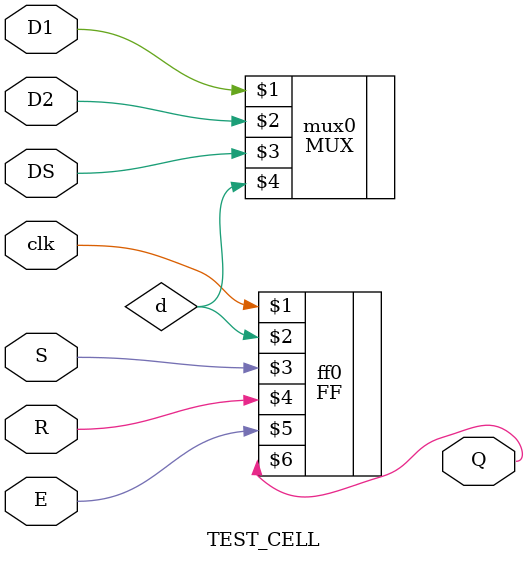
<source format=v>
`include "../../primitives/ff/ff.sim.v"
`include "../../primitives/mux/mux.sim.v"

module TEST_CELL (clk, D1, D2, DS, S, R, E, Q);
	input wire clk;
	input wire D1;
	input wire D2;
	input wire DS;
	input wire S;
	input wire R;
	input wire E;
	output wire Q;

	(* pack = "DFF" *)
	wire d;
	MUX mux0(D1, D2, DS, d);
	FF ff0(clk, d, S, R, E, Q);
endmodule

</source>
